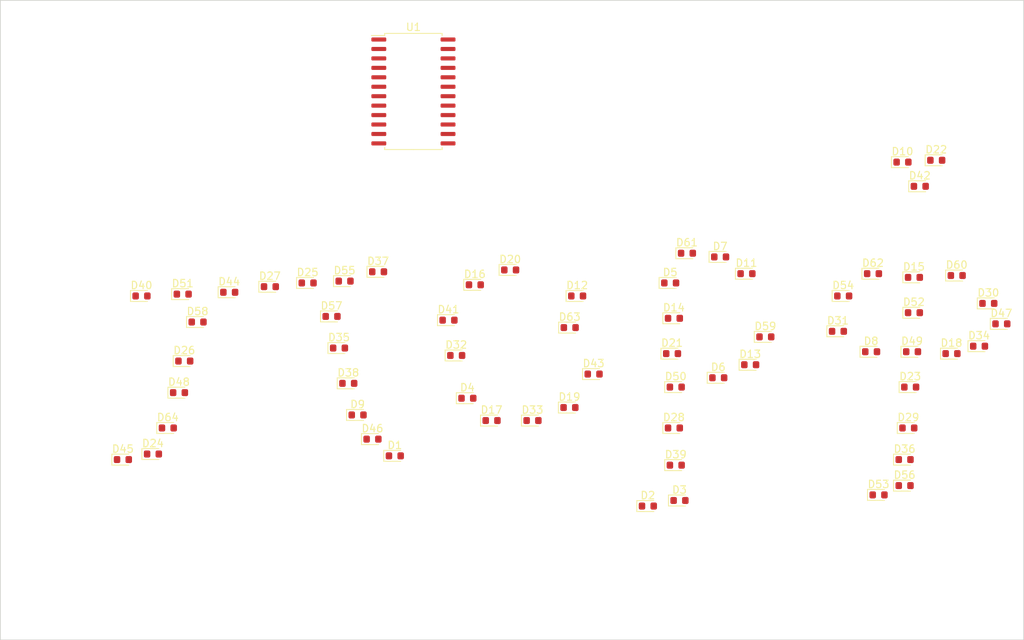
<source format=kicad_pcb>
(kicad_pcb (version 20211014) (generator pcbnew)
  (layers (0 "F.Cu" signal) (31 "B.Cu" signal) (34 "B.Paste" user) (35 "F.Paste" user) (36 "B.SilkS" user "B.Silkscreen") (37 "F.SilkS" user "F.Silkscreen") (38 "B.Mask" user) (39 "F.Mask" user) (44 "Edge.Cuts" user))
  (net 0 "")
  (net 1 "Net-(D1-Pad1)")
  (net 2 "Net-(D1-Pad2)")
  (net 3 "Net-(D10-Pad1)")
  (net 4 "Net-(D11-Pad1)")
  (net 5 "Net-(D12-Pad1)")
  (net 6 "Net-(D13-Pad1)")
  (net 7 "Net-(D14-Pad1)")
  (net 8 "Net-(D15-Pad1)")
  (net 9 "Net-(D16-Pad1)")
  (net 10 "Net-(D10-Pad2)")
  (net 11 "Net-(D17-Pad2)")
  (net 12 "Net-(D25-Pad2)")
  (net 13 "Net-(D33-Pad2)")
  (net 14 "Net-(D41-Pad2)")
  (net 15 "Net-(D49-Pad2)")
  (net 16 "Net-(D57-Pad2)")
  (net 18 "Net-(U1-Pad4)")
  (footprint "LED_SMD:LED_0603_1608Metric" (layer "F.Cu") (at 266 110)
    (fp_text reference "D47" (at 0 -1.43) (layer "F.SilkS"))
    (fp_text value "LED")
    (fp_line (start 0.8 -0.735) (end -1.485 -0.735) (layer "F.SilkS") (width 0.12))
    (fp_line (start -1.485 0.735) (end 0.8 0.735) (layer "F.SilkS") (width 0.12))
    (fp_line (start -1.485 -0.735) (end -1.485 0.735) (layer "F.SilkS") (width 0.12))
    (pad "1" smd roundrect (at -0.7875 0) (size 0.875 0.95) (layers "F.Cu" "F.Paste" "F.Mask") (net 8 "Net-(D15-Pad1)"))
    (pad "2" smd roundrect (at 0.7875 0) (size 0.875 0.95) (layers "F.Cu" "F.Paste" "F.Mask") (net 14 "Net-(D41-Pad2)"))
  )
  (footprint "LED_SMD:LED_0603_1608Metric" (layer "F.Cu") (at 178.25 118)
    (fp_text reference "D38" (at 0 -1.43) (layer "F.SilkS"))
    (fp_text value "LED")
    (fp_line (start 0.8 -0.735) (end -1.485 -0.735) (layer "F.SilkS") (width 0.12))
    (fp_line (start -1.485 -0.735) (end -1.485 0.735) (layer "F.SilkS") (width 0.12))
    (fp_line (start -1.485 0.735) (end 0.8 0.735) (layer "F.SilkS") (width 0.12))
    (pad "1" smd roundrect (at -0.7875 0) (size 0.875 0.95) (layers "F.Cu" "F.Paste" "F.Mask") (net 7 "Net-(D14-Pad1)"))
    (pad "2" smd roundrect (at 0.7875 0) (size 0.875 0.95) (layers "F.Cu" "F.Paste" "F.Mask") (net 13 "Net-(D33-Pad2)"))
  )
  (footprint "LED_SMD:LED_0603_1608Metric" (layer "F.Cu") (at 182.25 103)
    (fp_text reference "D37" (at 0 -1.43) (layer "F.SilkS"))
    (fp_text value "LED")
    (fp_line (start -1.485 0.735) (end 0.8 0.735) (layer "F.SilkS") (width 0.12))
    (fp_line (start 0.8 -0.735) (end -1.485 -0.735) (layer "F.SilkS") (width 0.12))
    (fp_line (start -1.485 -0.735) (end -1.485 0.735) (layer "F.SilkS") (width 0.12))
    (pad "1" smd roundrect (at -0.7875 0) (size 0.875 0.95) (layers "F.Cu" "F.Paste" "F.Mask") (net 6 "Net-(D13-Pad1)"))
    (pad "2" smd roundrect (at 0.7875 0) (size 0.875 0.95) (layers "F.Cu" "F.Paste" "F.Mask") (net 13 "Net-(D33-Pad2)"))
  )
  (footprint "LED_SMD:LED_0603_1608Metric" (layer "F.Cu") (at 223.75 100.5)
    (fp_text reference "D61" (at 0 -1.43) (layer "F.SilkS"))
    (fp_text value "LED")
    (fp_line (start -1.485 0.735) (end 0.8 0.735) (layer "F.SilkS") (width 0.12))
    (fp_line (start -1.485 -0.735) (end -1.485 0.735) (layer "F.SilkS") (width 0.12))
    (fp_line (start 0.8 -0.735) (end -1.485 -0.735) (layer "F.SilkS") (width 0.12))
    (pad "1" smd roundrect (at -0.7875 0) (size 0.875 0.95) (layers "F.Cu" "F.Paste" "F.Mask") (net 6 "Net-(D13-Pad1)"))
    (pad "2" smd roundrect (at 0.7875 0) (size 0.875 0.95) (layers "F.Cu" "F.Paste" "F.Mask") (net 16 "Net-(D57-Pad2)"))
  )
  (footprint "LED_SMD:LED_0603_1608Metric" (layer "F.Cu") (at 260 103.5)
    (fp_text reference "D60" (at 0 -1.43) (layer "F.SilkS"))
    (fp_text value "LED")
    (fp_line (start -1.485 0.735) (end 0.8 0.735) (layer "F.SilkS") (width 0.12))
    (fp_line (start 0.8 -0.735) (end -1.485 -0.735) (layer "F.SilkS") (width 0.12))
    (fp_line (start -1.485 -0.735) (end -1.485 0.735) (layer "F.SilkS") (width 0.12))
    (pad "1" smd roundrect (at -0.7875 0) (size 0.875 0.95) (layers "F.Cu" "F.Paste" "F.Mask") (net 5 "Net-(D12-Pad1)"))
    (pad "2" smd roundrect (at 0.7875 0) (size 0.875 0.95) (layers "F.Cu" "F.Paste" "F.Mask") (net 16 "Net-(D57-Pad2)"))
  )
  (footprint "LED_SMD:LED_0603_1608Metric" (layer "F.Cu") (at 253.5 124)
    (fp_text reference "D29" (at 0 -1.43) (layer "F.SilkS"))
    (fp_text value "LED")
    (fp_line (start -1.485 0.735) (end 0.8 0.735) (layer "F.SilkS") (width 0.12))
    (fp_line (start -1.485 -0.735) (end -1.485 0.735) (layer "F.SilkS") (width 0.12))
    (fp_line (start 0.8 -0.735) (end -1.485 -0.735) (layer "F.SilkS") (width 0.12))
    (pad "1" smd roundrect (at -0.7875 0) (size 0.875 0.95) (layers "F.Cu" "F.Paste" "F.Mask") (net 6 "Net-(D13-Pad1)"))
    (pad "2" smd roundrect (at 0.7875 0) (size 0.875 0.95) (layers "F.Cu" "F.Paste" "F.Mask") (net 12 "Net-(D25-Pad2)"))
  )
  (footprint "LED_SMD:LED_0603_1608Metric" (layer "F.Cu") (at 254 113.75)
    (fp_text reference "D49" (at 0 -1.43) (layer "F.SilkS"))
    (fp_text value "LED")
    (fp_line (start 0.8 -0.735) (end -1.485 -0.735) (layer "F.SilkS") (width 0.12))
    (fp_line (start -1.485 -0.735) (end -1.485 0.735) (layer "F.SilkS") (width 0.12))
    (fp_line (start -1.485 0.735) (end 0.8 0.735) (layer "F.SilkS") (width 0.12))
    (pad "1" smd roundrect (at -0.7875 0) (size 0.875 0.95) (layers "F.Cu" "F.Paste" "F.Mask") (net 1 "Net-(D1-Pad1)"))
    (pad "2" smd roundrect (at 0.7875 0) (size 0.875 0.95) (layers "F.Cu" "F.Paste" "F.Mask") (net 15 "Net-(D49-Pad2)"))
  )
  (footprint "LED_SMD:LED_0603_1608Metric" (layer "F.Cu") (at 208 110.5)
    (fp_text reference "D63" (at 0 -1.43) (layer "F.SilkS"))
    (fp_text value "LED")
    (fp_line (start -1.485 0.735) (end 0.8 0.735) (layer "F.SilkS") (width 0.12))
    (fp_line (start 0.8 -0.735) (end -1.485 -0.735) (layer "F.SilkS") (width 0.12))
    (fp_line (start -1.485 -0.735) (end -1.485 0.735) (layer "F.SilkS") (width 0.12))
    (pad "1" smd roundrect (at -0.7875 0) (size 0.875 0.95) (layers "F.Cu" "F.Paste" "F.Mask") (net 8 "Net-(D15-Pad1)"))
    (pad "2" smd roundrect (at 0.7875 0) (size 0.875 0.95) (layers "F.Cu" "F.Paste" "F.Mask") (net 16 "Net-(D57-Pad2)"))
  )
  (footprint "LED_SMD:LED_0603_1608Metric" (layer "F.Cu") (at 253 131.75)
    (fp_text reference "D56" (at 0 -1.43) (layer "F.SilkS"))
    (fp_text value "LED")
    (fp_line (start -1.485 0.735) (end 0.8 0.735) (layer "F.SilkS") (width 0.12))
    (fp_line (start 0.8 -0.735) (end -1.485 -0.735) (layer "F.SilkS") (width 0.12))
    (fp_line (start -1.485 -0.735) (end -1.485 0.735) (layer "F.SilkS") (width 0.12))
    (pad "1" smd roundrect (at -0.7875 0) (size 0.875 0.95) (layers "F.Cu" "F.Paste" "F.Mask") (net 9 "Net-(D16-Pad1)"))
    (pad "2" smd roundrect (at 0.7875 0) (size 0.875 0.95) (layers "F.Cu" "F.Paste" "F.Mask") (net 15 "Net-(D49-Pad2)"))
  )
  (footprint "LED_SMD:LED_0603_1608Metric" (layer "F.Cu") (at 253.75 118.5)
    (fp_text reference "D23" (at 0 -1.43) (layer "F.SilkS"))
    (fp_text value "LED")
    (fp_line (start -1.485 -0.735) (end -1.485 0.735) (layer "F.SilkS") (width 0.12))
    (fp_line (start -1.485 0.735) (end 0.8 0.735) (layer "F.SilkS") (width 0.12))
    (fp_line (start 0.8 -0.735) (end -1.485 -0.735) (layer "F.SilkS") (width 0.12))
    (pad "1" smd roundrect (at -0.7875 0) (size 0.875 0.95) (layers "F.Cu" "F.Paste" "F.Mask") (net 8 "Net-(D15-Pad1)"))
    (pad "2" smd roundrect (at 0.7875 0) (size 0.875 0.95) (layers "F.Cu" "F.Paste" "F.Mask") (net 11 "Net-(D17-Pad2)"))
  )
  (footprint "LED_SMD:LED_0603_1608Metric" (layer "F.Cu") (at 222 124)
    (fp_text reference "D28" (at 0 -1.43) (layer "F.SilkS"))
    (fp_text value "LED")
    (fp_line (start -1.485 -0.735) (end -1.485 0.735) (layer "F.SilkS") (width 0.12))
    (fp_line (start 0.8 -0.735) (end -1.485 -0.735) (layer "F.SilkS") (width 0.12))
    (fp_line (start -1.485 0.735) (end 0.8 0.735) (layer "F.SilkS") (width 0.12))
    (pad "1" smd roundrect (at -0.7875 0) (size 0.875 0.95) (layers "F.Cu" "F.Paste" "F.Mask") (net 5 "Net-(D12-Pad1)"))
    (pad "2" smd roundrect (at 0.7875 0) (size 0.875 0.95) (layers "F.Cu" "F.Paste" "F.Mask") (net 12 "Net-(D25-Pad2)"))
  )
  (footprint "LED_SMD:LED_0603_1608Metric" (layer "F.Cu") (at 221.75 114)
    (fp_text reference "D21" (at 0 -1.43) (layer "F.SilkS"))
    (fp_text value "LED")
    (fp_line (start -1.485 0.735) (end 0.8 0.735) (layer "F.SilkS") (width 0.12))
    (fp_line (start -1.485 -0.735) (end -1.485 0.735) (layer "F.SilkS") (width 0.12))
    (fp_line (start 0.8 -0.735) (end -1.485 -0.735) (layer "F.SilkS") (width 0.12))
    (pad "1" smd roundrect (at -0.7875 0) (size 0.875 0.95) (layers "F.Cu" "F.Paste" "F.Mask") (net 6 "Net-(D13-Pad1)"))
    (pad "2" smd roundrect (at 0.7875 0) (size 0.875 0.95) (layers "F.Cu" "F.Paste" "F.Mask") (net 11 "Net-(D17-Pad2)"))
  )
  (footprint "LED_SMD:LED_0603_1608Metric" (layer "F.Cu") (at 252.7125 88.25)
    (fp_text reference "D10" (at 0 -1.43) (layer "F.SilkS"))
    (fp_text value "LED")
    (fp_line (start -1.485 -0.735) (end -1.485 0.735) (layer "F.SilkS") (width 0.12))
    (fp_line (start 0.8 -0.735) (end -1.485 -0.735) (layer "F.SilkS") (width 0.12))
    (fp_line (start -1.485 0.735) (end 0.8 0.735) (layer "F.SilkS") (width 0.12))
    (pad "1" smd roundrect (at -0.7875 0) (size 0.875 0.95) (layers "F.Cu" "F.Paste" "F.Mask") (net 3 "Net-(D10-Pad1)"))
    (pad "2" smd roundrect (at 0.7875 0) (size 0.875 0.95) (layers "F.Cu" "F.Paste" "F.Mask") (net 10 "Net-(D10-Pad2)"))
  )
  (footprint "LED_SMD:LED_0603_1608Metric" (layer "F.Cu") (at 222.75 133.75)
    (fp_text reference "D3" (at 0 -1.43) (layer "F.SilkS"))
    (fp_text value "LED")
    (fp_line (start -1.485 -0.735) (end -1.485 0.735) (layer "F.SilkS") (width 0.12))
    (fp_line (start 0.8 -0.735) (end -1.485 -0.735) (layer "F.SilkS") (width 0.12))
    (fp_line (start -1.485 0.735) (end 0.8 0.735) (layer "F.SilkS") (width 0.12))
    (pad "1" smd roundrect (at -0.7875 0) (size 0.875 0.95) (layers "F.Cu" "F.Paste" "F.Mask") (net 4 "Net-(D11-Pad1)"))
    (pad "2" smd roundrect (at 0.7875 0) (size 0.875 0.95) (layers "F.Cu" "F.Paste" "F.Mask") (net 2 "Net-(D1-Pad2)"))
  )
  (footprint "LED_SMD:LED_0603_1608Metric" (layer "F.Cu") (at 244.75 106.25)
    (fp_text reference "D54" (at 0 -1.43) (layer "F.SilkS"))
    (fp_text value "LED")
    (fp_line (start -1.485 -0.735) (end -1.485 0.735) (layer "F.SilkS") (width 0.12))
    (fp_line (start -1.485 0.735) (end 0.8 0.735) (layer "F.SilkS") (width 0.12))
    (fp_line (start 0.8 -0.735) (end -1.485 -0.735) (layer "F.SilkS") (width 0.12))
    (pad "1" smd roundrect (at -0.7875 0) (size 0.875 0.95) (layers "F.Cu" "F.Paste" "F.Mask") (net 7 "Net-(D14-Pad1)"))
    (pad "2" smd roundrect (at 0.7875 0) (size 0.875 0.95) (layers "F.Cu" "F.Paste" "F.Mask") (net 15 "Net-(D49-Pad2)"))
  )
  (footprint "LED_SMD:LED_0603_1608Metric" (layer "F.Cu") (at 200 102.75)
    (fp_text reference "D20" (at 0 -1.43) (layer "F.SilkS"))
    (fp_text value "LED")
    (fp_line (start 0.8 -0.735) (end -1.485 -0.735) (layer "F.SilkS") (width 0.12))
    (fp_line (start -1.485 0.735) (end 0.8 0.735) (layer "F.SilkS") (width 0.12))
    (fp_line (start -1.485 -0.735) (end -1.485 0.735) (layer "F.SilkS") (width 0.12))
    (pad "1" smd roundrect (at -0.7875 0) (size 0.875 0.95) (layers "F.Cu" "F.Paste" "F.Mask") (net 5 "Net-(D12-Pad1)"))
    (pad "2" smd roundrect (at 0.7875 0) (size 0.875 0.95) (layers "F.Cu" "F.Paste" "F.Mask") (net 11 "Net-(D17-Pad2)"))
  )
  (footprint "LED_SMD:LED_0603_1608Metric" (layer "F.Cu") (at 176 109)
    (fp_text reference "D57" (at 0 -1.43) (layer "F.SilkS"))
    (fp_text value "LED")
    (fp_line (start -1.485 0.735) (end 0.8 0.735) (layer "F.SilkS") (width 0.12))
    (fp_line (start 0.8 -0.735) (end -1.485 -0.735) (layer "F.SilkS") (width 0.12))
    (fp_line (start -1.485 -0.735) (end -1.485 0.735) (layer "F.SilkS") (width 0.12))
    (pad "1" smd roundrect (at -0.7875 0) (size 0.875 0.95) (layers "F.Cu" "F.Paste" "F.Mask") (net 1 "Net-(D1-Pad1)"))
    (pad "2" smd roundrect (at 0.7875 0) (size 0.875 0.95) (layers "F.Cu" "F.Paste" "F.Mask") (net 16 "Net-(D57-Pad2)"))
  )
  (footprint "LED_SMD:LED_0603_1608Metric" (layer "F.Cu") (at 222 109.25)
    (fp_text reference "D14" (at 0 -1.43) (layer "F.SilkS"))
    (fp_text value "LED")
    (fp_line (start 0.8 -0.735) (end -1.485 -0.735) (layer "F.SilkS") (width 0.12))
    (fp_line (start -1.485 -0.735) (end -1.485 0.735) (layer "F.SilkS") (width 0.12))
    (fp_line (start -1.485 0.735) (end 0.8 0.735) (layer "F.SilkS") (width 0.12))
    (pad "1" smd roundrect (at -0.7875 0) (size 0.875 0.95) (layers "F.Cu" "F.Paste" "F.Mask") (net 7 "Net-(D14-Pad1)"))
    (pad "2" smd roundrect (at 0.7875 0) (size 0.875 0.95) (layers "F.Cu" "F.Paste" "F.Mask") (net 10 "Net-(D10-Pad2)"))
  )
  (footprint "LED_SMD:LED_0603_1608Metric" (layer "F.Cu") (at 195.25 104.75)
    (fp_text reference "D16" (at 0 -1.43) (layer "F.SilkS"))
    (fp_text value "LED")
    (fp_line (start -1.485 -0.735) (end -1.485 0.735) (layer "F.SilkS") (width 0.12))
    (fp_line (start -1.485 0.735) (end 0.8 0.735) (layer "F.SilkS") (width 0.12))
    (fp_line (start 0.8 -0.735) (end -1.485 -0.735) (layer "F.SilkS") (width 0.12))
    (pad "1" smd roundrect (at -0.7875 0) (size 0.875 0.95) (layers "F.Cu" "F.Paste" "F.Mask") (net 9 "Net-(D16-Pad1)"))
    (pad "2" smd roundrect (at 0.7875 0) (size 0.875 0.95) (layers "F.Cu" "F.Paste" "F.Mask") (net 10 "Net-(D10-Pad2)"))
  )
  (footprint "LED_SMD:LED_0603_1608Metric" (layer "F.Cu") (at 150.4625 106.25)
    (fp_text reference "D40" (at 0 -1.43) (layer "F.SilkS"))
    (fp_text value "LED")
    (fp_line (start 0.8 -0.735) (end -1.485 -0.735) (layer "F.SilkS") (width 0.12))
    (fp_line (start -1.485 0.735) (end 0.8 0.735) (layer "F.SilkS") (width 0.12))
    (fp_line (start -1.485 -0.735) (end -1.485 0.735) (layer "F.SilkS") (width 0.12))
    (pad "1" smd roundrect (at -0.7875 0) (size 0.875 0.95) (layers "F.Cu" "F.Paste" "F.Mask") (net 9 "Net-(D16-Pad1)"))
    (pad "2" smd roundrect (at 0.7875 0) (size 0.875 0.95) (layers "F.Cu" "F.Paste" "F.Mask") (net 13 "Net-(D33-Pad2)"))
  )
  (footprint "LED_SMD:LED_0603_1608Metric" (layer "F.Cu") (at 184.5 127.75)
    (fp_text reference "D1" (at 0 -1.43) (layer "F.SilkS"))
    (fp_text value "LED")
    (fp_line (start -1.485 0.735) (end 0.8 0.735) (layer "F.SilkS") (width 0.12))
    (fp_line (start 0.8 -0.735) (end -1.485 -0.735) (layer "F.SilkS") (width 0.12))
    (fp_line (start -1.485 -0.735) (end -1.485 0.735) (layer "F.SilkS") (width 0.12))
    (pad "1" smd roundrect (at -0.7875 0) (size 0.875 0.95) (layers "F.Cu" "F.Paste" "F.Mask") (net 1 "Net-(D1-Pad1)"))
    (pad "2" smd roundrect (at 0.7875 0) (size 0.875 0.95) (layers "F.Cu" "F.Paste" "F.Mask") (net 2 "Net-(D1-Pad2)"))
  )
  (footprint "LED_SMD:LED_0603_1608Metric" (layer "F.Cu") (at 254.25 103.75)
    (fp_text reference "D15" (at 0 -1.43) (layer "F.SilkS"))
    (fp_text value "LED")
    (fp_line (start -1.485 0.735) (end 0.8 0.735) (layer "F.SilkS") (width 0.12))
    (fp_line (start 0.8 -0.735) (end -1.485 -0.735) (layer "F.SilkS") (width 0.12))
    (fp_line (start -1.485 -0.735) (end -1.485 0.735) (layer "F.SilkS") (width 0.12))
    (pad "1" smd roundrect (at -0.7875 0) (size 0.875 0.95) (layers "F.Cu" "F.Paste" "F.Mask") (net 8 "Net-(D15-Pad1)"))
    (pad "2" smd roundrect (at 0.7875 0) (size 0.875 0.95) (layers "F.Cu" "F.Paste" "F.Mask") (net 10 "Net-(D10-Pad2)"))
  )
  (footprint "LED_SMD:LED_0603_1608Metric" (layer "F.Cu") (at 254.25 108.5)
    (fp_text reference "D52" (at 0 -1.43) (layer "F.SilkS"))
    (fp_text value "LED")
    (fp_line (start -1.485 0.735) (end 0.8 0.735) (layer "F.SilkS") (width 0.12))
    (fp_line (start -1.485 -0.735) (end -1.485 0.735) (layer "F.SilkS") (width 0.12))
    (fp_line (start 0.8 -0.735) (end -1.485 -0.735) (layer "F.SilkS") (width 0.12))
    (pad "1" smd roundrect (at -0.7875 0) (size 0.875 0.95) (layers "F.Cu" "F.Paste" "F.Mask") (net 5 "Net-(D12-Pad1)"))
    (pad "2" smd roundrect (at 0.7875 0) (size 0.875 0.95) (layers "F.Cu" "F.Paste" "F.Mask") (net 15 "Net-(D49-Pad2)"))
  )
  (footprint "LED_SMD:LED_0603_1608Metric" (layer "F.Cu") (at 156.2125 115)
    (fp_text reference "D26" (at 0 -1.43) (layer "F.SilkS"))
    (fp_text value "LED")
    (fp_line (start -1.485 -0.735) (end -1.485 0.735) (layer "F.SilkS") (width 0.12))
    (fp_line (start -1.485 0.735) (end 0.8 0.735) (layer "F.SilkS") (width 0.12))
    (fp_line (start 0.8 -0.735) (end -1.485 -0.735) (layer "F.SilkS") (width 0.12))
    (pad "1" smd roundrect (at -0.7875 0) (size 0.875 0.95) (layers "F.Cu" "F.Paste" "F.Mask") (net 3 "Net-(D10-Pad1)"))
    (pad "2" smd roundrect (at 0.7875 0) (size 0.875 0.95) (layers "F.Cu" "F.Paste" "F.Mask") (net 12 "Net-(D25-Pad2)"))
  )
  (footprint "LED_SMD:LED_0603_1608Metric" (layer "F.Cu") (at 179.5 122.25)
    (fp_text reference "D9" (at 0 -1.43) (layer "F.SilkS"))
    (fp_text value "LED")
    (fp_line (start -1.485 -0.735) (end -1.485 0.735) (layer "F.SilkS") (width 0.12))
    (fp_line (start -1.485 0.735) (end 0.8 0.735) (layer "F.SilkS") (width 0.12))
    (fp_line (start 0.8 -0.735) (end -1.485 -0.735) (layer "F.SilkS") (width 0.12))
    (pad "1" smd roundrect (at -0.7875 0) (size 0.875 0.95) (layers "F.Cu" "F.Paste" "F.Mask") (net 1 "Net-(D1-Pad1)"))
    (pad "2" smd roundrect (at 0.7875 0) (size 0.875 0.95) (layers "F.Cu" "F.Paste" "F.Mask") (net 10 "Net-(D10-Pad2)"))
  )
  (footprint "LED_SMD:LED_0603_1608Metric" (layer "F.Cu") (at 203 123)
    (fp_text reference "D33" (at 0 -1.43) (layer "F.SilkS"))
    (fp_text value "LED")
    (fp_line (start -1.485 0.735) (end 0.8 0.735) (layer "F.SilkS") (width 0.12))
    (fp_line (start 0.8 -0.735) (end -1.485 -0.735) (layer "F.SilkS") (width 0.12))
    (fp_line (start -1.485 -0.735) (end -1.485 0.735) (layer "F.SilkS") (width 0.12))
    (pad "1" smd roundrect (at -0.7875 0) (size 0.875 0.95) (layers "F.Cu" "F.Paste" "F.Mask") (net 1 "Net-(D1-Pad1)"))
    (pad "2" smd roundrect (at 0.7875 0) (size 0.875 0.95) (layers "F.Cu" "F.Paste" "F.Mask") (net 13 "Net-(D33-Pad2)"))
  )
  (footprint "LED_SMD:LED_0603_1608Metric" (layer "F.Cu") (at 197.5 123)
    (fp_text reference "D17" (at 0 -1.43) (layer "F.SilkS"))
    (fp_text value "LED")
    (fp_line (start -1.485 0.735) (end 0.8 0.735) (layer "F.SilkS") (width 0.12))
    (fp_line (start -1.485 -0.735) (end -1.485 0.735) (layer "F.SilkS") (width 0.12))
    (fp_line (start 0.8 -0.735) (end -1.485 -0.735) (layer "F.SilkS") (width 0.12))
    (pad "1" smd roundrect (at -0.7875 0) (size 0.875 0.95) (layers "F.Cu" "F.Paste" "F.Mask") (net 1 "Net-(D1-Pad1)"))
    (pad "2" smd roundrect (at 0.7875 0) (size 0.875 0.95) (layers "F.Cu" "F.Paste" "F.Mask") (net 11 "Net-(D17-Pad2)"))
  )
  (footprint "LED_SMD:LED_0603_1608Metric" (layer "F.Cu") (at 232.25 115.5)
    (fp_text reference "D13" (at 0 -1.43) (layer "F.SilkS"))
    (fp_text value "LED")
    (fp_line (start 0.8 -0.735) (end -1.485 -0.735) (layer "F.SilkS") (width 0.12))
    (fp_line (start -1.485 -0.735) (end -1.485 0.735) (layer "F.SilkS") (width 0.12))
    (fp_line (start -1.485 0.735) (end 0.8 0.735) (layer "F.SilkS") (width 0.12))
    (pad "1" smd roundrect (at -0.7875 0) (size 0.875 0.95) (layers "F.Cu" "F.Paste" "F.Mask") (net 6 "Net-(D13-Pad1)"))
    (pad "2" smd roundrect (at 0.7875 0) (size 0.875 0.95) (layers "F.Cu" "F.Paste" "F.Mask") (net 10 "Net-(D10-Pad2)"))
  )
  (footprint "LED_SMD:LED_0603_1608Metric" (layer "F.Cu") (at 248.75 103.25)
    (fp_text reference "D62" (at 0 -1.43) (layer "F.SilkS"))
    (fp_text value "LED")
    (fp_line (start -1.485 0.735) (end 0.8 0.735) (layer "F.SilkS") (width 0.12))
    (fp_line (start 0.8 -0.735) (end -1.485 -0.735) (layer "F.SilkS") (width 0.12))
    (fp_line (start -1.485 -0.735) (end -1.485 0.735) (layer "F.SilkS") (width 0.12))
    (pad "1" smd roundrect (at -0.7875 0) (size 0.875 0.95) (layers "F.Cu" "F.Paste" "F.Mask") (net 7 "Net-(D14-Pad1)"))
    (pad "2" smd roundrect (at 0.7875 0) (size 0.875 0.95) (layers "F.Cu" "F.Paste" "F.Mask") (net 16 "Net-(D57-Pad2)"))
  )
  (footprint "LED_SMD:LED_0603_1608Metric" (layer "F.Cu") (at 207.9625 121.25)
    (fp_text reference "D19" (at 0 -1.43) (layer "F.SilkS"))
    (fp_text value "LED")
    (fp_line (start 0.8 -0.735) (end -1.485 -0.735) (layer "F.SilkS") (width 0.12))
    (fp_line (start -1.485 0.735) (end 0.8 0.735) (layer "F.SilkS") (width 0.12))
    (fp_line (start -1.485 -0.735) (end -1.485 0.735) (layer "F.SilkS") (width 0.12))
    (pad "1" smd roundrect (at -0.7875 0) (size 0.875 0.95) (layers "F.Cu" "F.Paste" "F.Mask") (net 4 "Net-(D11-Pad1)"))
    (pad "2" smd roundrect (at 0.7875 0) (size 0.875 0.95) (layers "F.Cu" "F.Paste" "F.Mask") (net 11 "Net-(D17-Pad2)"))
  )
  (footprint "LED_SMD:LED_0603_1608Metric" (layer "F.Cu") (at 234.2875 111.75)
    (fp_text reference "D59" (at 0 -1.43) (layer "F.SilkS"))
    (fp_text value "LED")
    (fp_line (start 0.8 -0.735) (end -1.485 -0.735) (layer "F.SilkS") (width 0.12))
    (fp_line (start -1.485 -0.735) (end -1.485 0.735) (layer "F.SilkS") (width 0.12))
    (fp_line (start -1.485 0.735) (end 0.8 0.735) (layer "F.SilkS") (width 0.12))
    (pad "1" smd roundrect (at -0.7875 0) (size 0.875 0.95) (layers "F.Cu" "F.Paste" "F.Mask") (net 4 "Net-(D11-Pad1)"))
    (pad "2" smd roundrect (at 0.7875 0) (size 0.875 0.95) (layers "F.Cu" "F.Paste" "F.Mask") (net 16 "Net-(D57-Pad2)"))
  )
  (footprint "LED_SMD:LED_0603_1608Metric" (layer "F.Cu") (at 221.5 104.5)
    (fp_text reference "D5" (at 0 -1.43) (layer "F.SilkS"))
    (fp_text value "LED")
    (fp_line (start -1.485 -0.735) (end -1.485 0.735) (layer "F.SilkS") (width 0.12))
    (fp_line (start -1.485 0.735) (end 0.8 0.735) (layer "F.SilkS") (width 0.12))
    (fp_line (start 0.8 -0.735) (end -1.485 -0.735) (layer "F.SilkS") (width 0.12))
    (pad "1" smd roundrect (at -0.7875 0) (size 0.875 0.95) (layers "F.Cu" "F.Paste" "F.Mask") (net 6 "Net-(D13-Pad1)"))
    (pad "2" smd roundrect (at 0.7875 0) (size 0.875 0.95) (layers "F.Cu" "F.Paste" "F.Mask") (net 2 "Net-(D1-Pad2)"))
  )
  (footprint "LED_SMD:LED_0603_1608Metric" (layer "F.Cu") (at 155.5 119.25)
    (fp_text reference "D48" (at 0 -1.43) (layer "F.SilkS"))
    (fp_text value "LED")
    (fp_line (start -1.485 0.735) (end 0.8 0.735) (layer "F.SilkS") (width 0.12))
    (fp_line (start 0.8 -0.735) (end -1.485 -0.735) (layer "F.SilkS") (width 0.12))
    (fp_line (start -1.485 -0.735) (end -1.485 0.735) (layer "F.SilkS") (width 0.12))
    (pad "1" smd roundrect (at -0.7875 0) (size 0.875 0.95) (layers "F.Cu" "F.Paste" "F.Mask") (net 9 "Net-(D16-Pad1)"))
    (pad "2" smd roundrect (at 0.7875 0) (size 0.875 0.95) (layers "F.Cu" "F.Paste" "F.Mask") (net 14 "Net-(D41-Pad2)"))
  )
  (footprint "LED_SMD:LED_0603_1608Metric" (layer "F.Cu") (at 209 106.25)
    (fp_text reference "D12" (at 0 -1.43) (layer "F.SilkS"))
    (fp_text value "LED")
    (fp_line (start -1.485 -0.735) (end -1.485 0.735) (layer "F.SilkS") (width 0.12))
    (fp_line (start 0.8 -0.735) (end -1.485 -0.735) (layer "F.SilkS") (width 0.12))
    (fp_line (start -1.485 0.735) (end 0.8 0.735) (layer "F.SilkS") (width 0.12))
    (pad "1" smd roundrect (at -0.7875 0) (size 0.875 0.95) (layers "F.Cu" "F.Paste" "F.Mask") (net 5 "Net-(D12-Pad1)"))
    (pad "2" smd roundrect (at 0.7875 0) (size 0.875 0.95) (layers "F.Cu" "F.Paste" "F.Mask") (net 10 "Net-(D10-Pad2)"))
  )
  (footprint "LED_SMD:LED_0603_1608Metric" (layer "F.Cu") (at 248.5 113.75)
    (fp_text reference "D8" (at 0 -1.43) (layer "F.SilkS"))
    (fp_text value "LED")
    (fp_line (start 0.8 -0.735) (end -1.485 -0.735) (layer "F.SilkS") (width 0.12))
    (fp_line (start -1.485 -0.735) (end -1.485 0.735) (layer "F.SilkS") (width 0.12))
    (fp_line (start -1.485 0.735) (end 0.8 0.735) (layer "F.SilkS") (width 0.12))
    (pad "1" smd roundrect (at -0.7875 0) (size 0.875 0.95) (layers "F.Cu" "F.Paste" "F.Mask") (net 9 "Net-(D16-Pad1)"))
    (pad "2" smd roundrect (at 0.7875 0) (size 0.875 0.95) (layers "F.Cu" "F.Paste" "F.Mask") (net 2 "Net-(D1-Pad2)"))
  )
  (footprint "LED_SMD:LED_0603_1608Metric" (layer "F.Cu") (at 152 127.5)
    (fp_text reference "D24" (at 0 -1.43) (layer "F.SilkS"))
    (fp_text value "LED")
    (fp_line (start -1.485 0.735) (end 0.8 0.735) (layer "F.SilkS") (width 0.12))
    (fp_line (start 0.8 -0.735) (end -1.485 -0.735) (layer "F.SilkS") (width 0.12))
    (fp_line (start -1.485 -0.735) (end -1.485 0.735) (layer "F.SilkS") (width 0.12))
    (pad "1" smd roundrect (at -0.7875 0) (size 0.875 0.95) (layers "F.Cu" "F.Paste" "F.Mask") (net 9 "Net-(D16-Pad1)"))
    (pad "2" smd roundrect (at 0.7875 0) (size 0.875 0.95) (layers "F.Cu" "F.Paste" "F.Mask") (net 11 "Net-(D17-Pad2)"))
  )
  (footprint "LED_SMD:LED_0603_1608Metric" (layer "F.Cu") (at 177.75 104.25)
    (fp_text reference "D55" (at 0 -1.43) (layer "F.SilkS"))
    (fp_text value "LED")
    (fp_line (start -1.485 0.735) (end 0.8 0.735) (layer "F.SilkS") (width 0.12))
    (fp_line (start 0.8 -0.735) (end -1.485 -0.735) (layer "F.SilkS") (width 0.12))
    (fp_line (start -1.485 -0.735) (end -1.485 0.735) (layer "F.SilkS") (width 0.12))
    (pad "1" smd roundrect (at -0.7875 0) (size 0.875 0.95) (layers "F.Cu" "F.Paste" "F.Mask") (net 8 "Net-(D15-Pad1)"))
    (pad "2" smd roundrect (at 0.7875 0) (size 0.875 0.95) (layers "F.Cu" "F.Paste" "F.Mask") (net 15 "Net-(D49-Pad2)"))
  )
  (footprint "LED_SMD:LED_0603_1608Metric" (layer "F.Cu") (at 158 109.75)
    (fp_text reference "D58" (at 0 -1.43) (layer "F.SilkS"))
    (fp_text value "LED")
    (fp_line (start -1.485 -0.735) (end -1.485 0.735) (layer "F.SilkS") (width 0.12))
    (fp_line (start -1.485 0.735) (end 0.8 0.735) (layer "F.SilkS") (width 0.12))
    (fp_line (start 0.8 -0.735) (end -1.485 -0.735) (layer "F.SilkS") (width 0.12))
    (pad "1" smd roundrect (at -0.7875 0) (size 0.875 0.95) (layers "F.Cu" "F.Paste" "F.Mask") (net 3 "Net-(D10-Pad1)"))
    (pad "2" smd roundrect (at 0.7875 0) (size 0.875 0.95) (layers "F.Cu" "F.Paste" "F.Mask") (net 16 "Net-(D57-Pad2)"))
  )
  (footprint "LED_SMD:LED_0603_1608Metric" (layer "F.Cu") (at 172.7875 104.5)
    (fp_text reference "D25" (at 0 -1.43) (layer "F.SilkS"))
    (fp_text value "LED")
    (fp_line (start 0.8 -0.735) (end -1.485 -0.735) (layer "F.SilkS") (width 0.12))
    (fp_line (start -1.485 0.735) (end 0.8 0.735) (layer "F.SilkS") (width 0.12))
    (fp_line (start -1.485 -0.735) (end -1.485 0.735) (layer "F.SilkS") (width 0.12))
    (pad "1" smd roundrect (at -0.7875 0) (size 0.875 0.95) (layers "F.Cu" "F.Paste" "F.Mask") (net 1 "Net-(D1-Pad1)"))
    (pad "2" smd roundrect (at 0.7875 0) (size 0.875 0.95) (layers "F.Cu" "F.Paste" "F.Mask") (net 12 "Net-(D25-Pad2)"))
  )
  (footprint "LED_SMD:LED_0603_1608Metric" (layer "F.Cu") (at 147.9625 128.25)
    (fp_text reference "D45" (at 0 -1.43) (layer "F.SilkS"))
    (fp_text value "LED")
    (fp_line (start -1.485 -0.735) (end -1.485 0.735) (layer "F.SilkS") (width 0.12))
    (fp_line (start 0.8 -0.735) (end -1.485 -0.735) (layer "F.SilkS") (width 0.12))
    (fp_line (start -1.485 0.735) (end 0.8 0.735) (layer "F.SilkS") (width 0.12))
    (pad "1" smd roundrect (at -0.7875 0) (size 0.875 0.95) (layers "F.Cu" "F.Paste" "F.Mask") (net 6 "Net-(D13-Pad1)"))
    (pad "2" smd roundrect (at 0.7875 0) (size 0.875 0.95) (layers "F.Cu" "F.Paste" "F.Mask") (net 14 "Net-(D41-Pad2)"))
  )
  (footprint "LED_SMD:LED_0603_1608Metric" (layer "F.Cu") (at 263 113)
    (fp_text reference "D34" (at 0 -1.43) (layer "F.SilkS"))
    (fp_text value "LED")
    (fp_line (start -1.485 -0.735) (end -1.485 0.735) (layer "F.SilkS") (width 0.12))
    (fp_line (start -1.485 0.735) (end 0.8 0.735) (layer "F.SilkS") (width 0.12))
    (fp_line (start 0.8 -0.735) (end -1.485 -0.735) (layer "F.SilkS") (width 0.12))
    (pad "1" smd roundrect (at -0.7875 0) (size 0.875 0.95) (layers "F.Cu" "F.Paste" "F.Mask") (net 3 "Net-(D10-Pad1)"))
    (pad "2" smd roundrect (at 0.7875 0) (size 0.875 0.95) (layers "F.Cu" "F.Paste" "F.Mask") (net 13 "Net-(D33-Pad2)"))
  )
  (footprint "LED_SMD:LED_0603_1608Metric" (layer "F.Cu") (at 167.7125 105)
    (fp_text reference "D27" (at 0 -1.43) (layer "F.SilkS"))
    (fp_text value "LED")
    (fp_line (start -1.485 0.735) (end 0.8 0.735) (layer "F.SilkS") (width 0.12))
    (fp_line (start -1.485 -0.735) (end -1.485 0.735) (layer "F.SilkS") (width 0.12))
    (fp_line (start 0.8 -0.735) (end -1.485 -0.735) (layer "F.SilkS") (width 0.12))
    (pad "1" smd roundrect (at -0.7875 0) (size 0.875 0.95) (layers "F.Cu" "F.Paste" "F.Mask") (net 4 "Net-(D11-Pad1)"))
    (pad "2" smd roundrect (at 0.7875 0) (size 0.875 0.95) (layers "F.Cu" "F.Paste" "F.Mask") (net 12 "Net-(D25-Pad2)"))
  )
  (footprint "LED_SMD:LED_0603_1608Metric" (layer "F.Cu") (at 154 124)
    (fp_text reference "D64" (at 0 -1.43) (layer "F.SilkS"))
    (fp_text value "LED")
    (fp_line (start -1.485 0.735) (end 0.8 0.735) (layer "F.SilkS") (width 0.12))
    (fp_line (start -1.485 -0.735) (end -1.485 0.735) (layer "F.SilkS") (width 0.12))
    (fp_line (start 0.8 -0.735) (end -1.485 -0.735) (layer "F.SilkS") (width 0.12))
    (pad "1" smd roundrect (at -0.7875 0) (size 0.875 0.95) (layers "F.Cu" "F.Paste" "F.Mask") (net 9 "Net-(D16-Pad1)"))
    (pad "2" smd roundrect (at 0.7875 0) (size 0.875 0.95) (layers "F.Cu" "F.Paste" "F.Mask") (net 16 "Net-(D57-Pad2)"))
  )
  (footprint "LED_SMD:LED_0603_1608Metric" (layer "F.Cu") (at 177 113.25)
    (fp_text reference "D35" (at 0 -1.43) (layer "F.SilkS"))
    (fp_text value "LED")
    (fp_line (start -1.485 -0.735) (end -1.485 0.735) (layer "F.SilkS") (width 0.12))
    (fp_line (start 0.8 -0.735) (end -1.485 -0.735) (layer "F.SilkS") (width 0.12))
    (fp_line (start -1.485 0.735) (end 0.8 0.735) (layer "F.SilkS") (width 0.12))
    (pad "1" smd roundrect (at -0.7875 0) (size 0.875 0.95) (layers "F.Cu" "F.Paste" "F.Mask") (net 4 "Net-(D11-Pad1)"))
    (pad "2" smd roundrect (at 0.7875 0) (size 0.875 0.95) (layers "F.Cu" "F.Paste" "F.Mask") (net 13 "Net-(D33-Pad2)"))
  )
  (footprint "LED_SMD:LED_0603_1608Metric" (layer "F.Cu") (at 257.25 88)
    (fp_text reference "D22" (at 0 -1.43) (layer "F.SilkS"))
    (fp_text value "LED")
    (fp_line (start -1.485 -0.735) (end -1.485 0.735) (layer "F.SilkS") (width 0.12))
    (fp_line (start -1.485 0.735) (end 0.8 0.735) (layer "F.SilkS") (width 0.12))
    (fp_line (start 0.8 -0.735) (end -1.485 -0.735) (layer "F.SilkS") (width 0.12))
    (pad "1" smd roundrect (at -0.7875 0) (size 0.875 0.95) (layers "F.Cu" "F.Paste" "F.Mask") (net 7 "Net-(D14-Pad1)"))
    (pad "2" smd roundrect (at 0.7875 0) (size 0.875 0.95) (layers "F.Cu" "F.Paste" "F.Mask") (net 11 "Net-(D17-Pad2)"))
  )
  (footprint "LED_SMD:LED_0603_1608Metric" (layer "F.Cu") (at 244.0375 111)
    (fp_text reference "D31" (at 0 -1.43) (layer "F.SilkS"))
    (fp_text value "LED")
    (fp_line (start -1.485 0.735) (end 0.8 0.735) (layer "F.SilkS") (width 0.12))
    (fp_line (start 0.8 -0.735) (end -1.485 -0.735) (layer "F.SilkS") (width 0.12))
    (fp_line (start -1.485 -0.735) (end -1.485 0.735) (layer "F.SilkS") (width 0.12))
    (pad "1" smd roundrect (at -0.7875 0) (size 0.875 0.95) (layers "F.Cu" "F.Paste" "F.Mask") (net 8 "Net-(D15-Pad1)"))
    (pad "2" smd roundrect (at 0.7875 0) (size 0.875 0.95) (layers "F.Cu" "F.Paste" "F.Mask") (net 12 "Net-(D25-Pad2)"))
  )
  (footprint "LED_SMD:LED_0603_1608Metric" (layer "F.Cu") (at 222.25 118.5)
    (fp_text reference "D50" (at 0 -1.43) (layer "F.SilkS"))
    (fp_text value "LED")
    (fp_line (start -1.485 -0.735) (end -1.485 0.735) (layer "F.SilkS") (width 0.12))
    (fp_line (start 0.8 -0.735) (end -1.485 -0.735) (layer "F.SilkS") (width 0.12))
    (fp_line (start -1.485 0.735) (end 0.8 0.735) (layer "F.SilkS") (width 0.12))
    (pad "1" smd roundrect (at -0.7875 0) (size 0.875 0.95) (layers "F.Cu" "F.Paste" "F.Mask") (net 3 "Net-(D10-Pad1)"))
    (pad "2" smd roundrect (at 0.7875 0) (size 0.875 0.95) (layers "F.Cu" "F.Paste" "F.Mask") (net 15 "Net-(D49-Pad2)"))
  )
  (footprint "LED_SMD:LED_0603_1608Metric" (layer "F.Cu") (at 156 106)
    (fp_text reference "D51" (at 0 -1.43) (layer "F.SilkS"))
    (fp_text value "LED")
    (fp_line (start -1.485 -0.735) (end -1.485 0.735) (layer "F.SilkS") (width 0.12))
    (fp_line (start 0.8 -0.735) (end -1.485 -0.735) (layer "F.SilkS") (width 0.12))
    (fp_line (start -1.485 0.735) (end 0.8 0.735) (layer "F.SilkS") (width 0.12))
    (pad "1" smd roundrect (at -0.7875 0) (size 0.875 0.95) (layers "F.Cu" "F.Paste" "F.Mask") (net 4 "Net-(D11-Pad1)"))
    (pad "2" smd roundrect (at 0.7875 0) (size 0.875 0.95) (layers "F.Cu" "F.Paste" "F.Mask") (net 15 "Net-(D49-Pad2)"))
  )
  (footprint "LED_SMD:LED_0603_1608Metric" (layer "F.Cu") (at 259.3 114)
    (fp_text reference "D18" (at 0 -1.43) (layer "F.SilkS"))
    (fp_text value "LED")
    (fp_line (start 0.8 -0.735) (end -1.485 -0.735) (layer "F.SilkS") (width 0.12))
    (fp_line (start -1.485 -0.735) (end -1.485 0.735) (layer "F.SilkS") (width 0.12))
    (fp_line (start -1.485 0.735) (end 0.8 0.735) (layer "F.SilkS") (width 0.12))
    (pad "1" smd roundrect (at -0.7875 0) (size 0.875 0.95) (layers "F.Cu" "F.Paste" "F.Mask") (net 3 "Net-(D10-Pad1)"))
    (pad "2" smd roundrect (at 0.7875 0) (size 0.875 0.95) (layers "F.Cu" "F.Paste" "F.Mask") (net 11 "Net-(D17-Pad2)"))
  )
  (footprint "Package_SO:SOP-24_7.5x15.4mm_P1.27mm" (layer "F.Cu") (at 187 78.75)
    (fp_text reference "U1" (at 0 -8.65) (layer "F.SilkS"))
    (fp_text value "MAX7219")
    (fp_line (start 0 7.81) (end -3.86 7.81) (layer "F.SilkS") (width 0.12))
    (fp_line (start 0 -7.81) (end -3.86 -7.81) (layer "F.SilkS") (width 0.12))
    (fp_line (start -3.86 -7.81) (end -3.86 -7.52) (layer "F.SilkS") (width 0.12))
    (fp_line (start 0 7.81) (end 3.86 7.81) (layer "F.SilkS") (width 0.12))
    (fp_line (start -3.86 -7.52) (end -5.65 -7.52) (layer "F.SilkS") (width 0.12))
    (fp_line (start 3.86 -7.81) (end 3.86 -7.52) (layer "F.SilkS") (width 0.12))
    (fp_line (start -3.86 7.81) (end -3.86 7.52) (layer "F.SilkS") (width 0.12))
    (fp_line (start 0 -7.81) (end 3.86 -7.81) (layer "F.SilkS") (width 0.12))
    (fp_line (start 3.86 7.81) (end 3.86 7.52) (layer "F.SilkS") (width 0.12))
    (pad "1" smd roundrect (at -4.65 -6.985) (size 2 0.55) (layers "F.Cu" "F.Paste" "F.Mask"))
    (pad "2" smd roundrect (at -4.65 -5.715) (size 2 0.55) (layers "F.Cu" "F.Paste" "F.Mask") (net 1 "Net-(D1-Pad1)"))
    (pad "3" smd roundrect (at -4.65 -4.445) (size 2 0.55) (layers "F.Cu" "F.Paste" "F.Mask") (net 6 "Net-(D13-Pad1)"))
    (pad "4" smd roundrect (at -4.65 -3.175) (size 2 0.55) (layers "F.Cu" "F.Paste" "F.Mask") (net 18 "Net-(U1-Pad4)"))
    (pad "5" smd roundrect (at -4.65 -1.905) (size 2 0.55) (layers "F.Cu" "F.Paste" "F.Mask") (net 8 "Net-(D15-Pad1)"))
    (pad "6" smd roundrect (at -4.65 -0.635) (size 2 0.55) (layers "F.Cu" "F.Paste" "F.Mask") (net 4 "Net-(D11-Pad1)"))
    (pad "7" smd roundrect (at -4.65 0.635) (size 2 0.55) (layers "F.Cu" "F.Paste" "F.Mask") (net 5 "Net-(D12-Pad1)"))
    (pad "8" smd roundrect (at -4.65 1.905) (size 2 0.55) (layers "F.Cu" "F.Paste" "F.Mask") (net 9 "Net-(D16-Pad1)"))
    (pad "9" smd roundrect (at -4.65 3.175) (size 2 0.55) (layers "F.Cu" "F.Paste" "F.Mask") (net 18 "Net-(U1-Pad4)"))
    (pad "10" smd roundrect (at -4.65 4.445) (size 2 0.55) (layers "F.Cu" "F.Paste" "F.Mask") (net 7 "Net-(D14-Pad1)"))
    (pad "11" smd roundrect (at -4.65 5.715) (size 2 0.55) (layers "F.Cu" "F.Paste" "F.Mask") (net 3 "Net-(D10-Pad1)"))
    (pad "12" smd roundrect (at -4.65 6.985) (size 2 0.55) (layers "F.Cu" "F.Paste" "F.Mask"))
    (pad "13" smd roundrect (at 4.65 6.985) (size 2 0.55) (layers "F.Cu" "F.Paste" "F.Mask"))
    (pad "14" smd roundrect (at 4.65 5.715) (size 2 0.55) (layers "F.Cu" "F.Paste" "F.Mask") (net 2 "Net-(D1-Pad2)"))
    (pad "15" smd roundrect (at 4.65 4.445) (size 2 0.55) (layers "F.Cu" "F.Paste" "F.Mask") (net 14 "Net-(D41-Pad2)"))
    (pad "16" smd roundrect (at 4.65 3.175) (size 2 0.55) (layers "F.Cu" "F.Paste" "F.Mask") (net 10 "Net-(D10-Pad2)"))
    (pad "17" smd roundrect (at 4.65 1.905) (size 2 0.55) (layers "F.Cu" "F.Paste" "F.Mask") (net 15 "Net-(D49-Pad2)"))
    (pad "18" smd roundrect (at 4.65 0.635) (size 2 0.55) (layers "F.Cu" "F.Paste" "F.Mask"))
    (pad "19" smd roundrect (at 4.65 -0.635) (size 2 0.55) (layers "F.Cu" "F.Paste" "F.Mask"))
    (pad "20" smd roundrect (at 4.65 -1.905) (size 2 0.55) (layers "F.Cu" "F.Paste" "F.Mask") (net 11 "Net-(D17-Pad2)"))
    (pad "21" smd roundrect (at 4.65 -3.175) (size 2 0.55) (layers "F.Cu" "F.Paste" "F.Mask") (net 13 "Net-(D33-Pad2)"))
    (pad "22" smd roundrect (at 4.65 -4.445) (size 2 0.55) (layers "F.Cu" "F.Paste" "F.Mask") (net 16 "Net-(D57-Pad2)"))
    (pad "23" smd roundrect (at 4.65 -5.715) (size 2 0.55) (layers "F.Cu" "F.Paste" "F.Mask") (net 12 "Net-(D25-Pad2)"))
    (pad "24" smd roundrect (at 4.65 -6.985) (size 2 0.55) (layers "F.Cu" "F.Paste" "F.Mask"))
  )
  (footprint "LED_SMD:LED_0603_1608Metric" (layer "F.Cu") (at 191.7125 109.5)
    (fp_text reference "D41" (at 0 -1.43) (layer "F.SilkS"))
    (fp_text value "LED")
    (fp_line (start -1.485 -0.735) (end -1.485 0.735) (layer "F.SilkS") (width 0.12))
    (fp_line (start -1.485 0.735) (end 0.8 0.735) (layer "F.SilkS") (width 0.12))
    (fp_line (start 0.8 -0.735) (end -1.485 -0.735) (layer "F.SilkS") (width 0.12))
    (pad "1" smd roundrect (at -0.7875 0) (size 0.875 0.95) (layers "F.Cu" "F.Paste" "F.Mask") (net 1 "Net-(D1-Pad1)"))
    (pad "2" smd roundrect (at 0.7875 0) (size 0.875 0.95) (layers "F.Cu" "F.Paste" "F.Mask") (net 14 "Net-(D41-Pad2)"))
  )
  (footprint "LED_SMD:LED_0603_1608Metric" (layer "F.Cu") (at 249.5 133)
    (fp_text reference "D53" (at 0 -1.43) (layer "F.SilkS"))
    (fp_text value "LED")
    (fp_line (start 0.8 -0.735) (end -1.485 -0.735) (layer "F.SilkS") (width 0.12))
    (fp_line (start -1.485 0.735) (end 0.8 0.735) (layer "F.SilkS") (width 0.12))
    (fp_line (start -1.485 -0.735) (end -1.485 0.735) (layer "F.SilkS") (width 0.12))
    (pad "1" smd roundrect (at -0.7875 0) (size 0.875 0.95) (layers "F.Cu" "F.Paste" "F.Mask") (net 6 "Net-(D13-Pad1)"))
    (pad "2" smd roundrect (at 0.7875 0) (size 0.875 0.95) (layers "F.Cu" "F.Paste" "F.Mask") (net 15 "Net-(D49-Pad2)"))
  )
  (footprint "LED_SMD:LED_0603_1608Metric" (layer "F.Cu") (at 227.9625 117.25)
    (fp_text reference "D6" (at 0 -1.43) (layer "F.SilkS"))
    (fp_text value "LED")
    (fp_line (start -1.485 -0.735) (end -1.485 0.735) (layer "F.SilkS") (width 0.12))
    (fp_line (start 0.8 -0.735) (end -1.485 -0.735) (layer "F.SilkS") (width 0.12))
    (fp_line (start -1.485 0.735) (end 0.8 0.735) (layer "F.SilkS") (width 0.12))
    (pad "1" smd roundrect (at -0.7875 0) (size 0.875 0.95) (layers "F.Cu" "F.Paste" "F.Mask") (net 7 "Net-(D14-Pad1)"))
    (pad "2" smd roundrect (at 0.7875 0) (size 0.875 0.95) (layers "F.Cu" "F.Paste" "F.Mask") (net 2 "Net-(D1-Pad2)"))
  )
  (footprint "LED_SMD:LED_0603_1608Metric" (layer "F.Cu") (at 211.2125 116.75)
    (fp_text reference "D43" (at 0 -1.43) (layer "F.SilkS"))
    (fp_text value "LED")
    (fp_line (start 0.8 -0.735) (end -1.485 -0.735) (layer "F.SilkS") (width 0.12))
    (fp_line (start -1.485 0.735) (end 0.8 0.735) (layer "F.SilkS") (width 0.12))
    (fp_line (start -1.485 -0.735) (end -1.485 0.735) (layer "F.SilkS") (width 0.12))
    (pad "1" smd roundrect (at -0.7875 0) (size 0.875 0.95) (layers "F.Cu" "F.Paste" "F.Mask") (net 4 "Net-(D11-Pad1)"))
    (pad "2" smd roundrect (at 0.7875 0) (size 0.875 0.95) (layers "F.Cu" "F.Paste" "F.Mask") (net 14 "Net-(D41-Pad2)"))
  )
  (footprint "LED_SMD:LED_0603_1608Metric" (layer "F.Cu") (at 253 128.25)
    (fp_text reference "D36" (at 0 -1.43) (layer "F.SilkS"))
    (fp_text value "LED")
    (fp_line (start -1.485 0.735) (end 0.8 0.735) (layer "F.SilkS") (width 0.12))
    (fp_line (start -1.485 -0.735) (end -1.485 0.735) (layer "F.SilkS") (width 0.12))
    (fp_line (start 0.8 -0.735) (end -1.485 -0.735) (layer "F.SilkS") (width 0.12))
    (pad "1" smd roundrect (at -0.7875 0) (size 0.875 0.95) (layers "F.Cu" "F.Paste" "F.Mask") (net 5 "Net-(D12-Pad1)"))
    (pad "2" smd roundrect (at 0.7875 0) (size 0.875 0.95) (layers "F.Cu" "F.Paste" "F.Mask") (net 13 "Net-(D33-Pad2)"))
  )
  (footprint "LED_SMD:LED_0603_1608Metric" (layer "F.Cu") (at 228.2125 101)
    (fp_text reference "D7" (at 0 -1.43) (layer "F.SilkS"))
    (fp_text value "LED")
    (fp_line (start -1.485 -0.735) (end -1.485 0.735) (layer "F.SilkS") (width 0.12))
    (fp_line (start -1.485 0.735) (end 0.8 0.735) (layer "F.SilkS") (width 0.12))
    (fp_line (start 0.8 -0.735) (end -1.485 -0.735) (layer "F.SilkS") (width 0.12))
    (pad "1" smd roundrect (at -0.7875 0) (size 0.875 0.95) (layers "F.Cu" "F.Paste" "F.Mask") (net 8 "Net-(D15-Pad1)"))
    (pad "2" smd roundrect (at 0.7875 0) (size 0.875 0.95) (layers "F.Cu" "F.Paste" "F.Mask") (net 2 "Net-(D1-Pad2)"))
  )
  (footprint "LED_SMD:LED_0603_1608Metric" (layer "F.Cu") (at 231.75 103.25)
    (fp_text reference "D11" (at 0 -1.43) (layer "F.SilkS"))
    (fp_text value "LED")
    (fp_line (start -1.485 -0.735) (end -1.485 0.735) (layer "F.SilkS") (width 0.12))
    (fp_line (start -1.485 0.735) (end 0.8 0.735) (layer "F.SilkS") (width 0.12))
    (fp_line (start 0.8 -0.735) (end -1.485 -0.735) (layer "F.SilkS") (width 0.12))
    (pad "1" smd roundrect (at -0.7875 0) (size 0.875 0.95) (layers "F.Cu" "F.Paste" "F.Mask") (net 4 "Net-(D11-Pad1)"))
    (pad "2" smd roundrect (at 0.7875 0) (size 0.875 0.95) (layers "F.Cu" "F.Paste" "F.Mask") (net 10 "Net-(D10-Pad2)"))
  )
  (footprint "LED_SMD:LED_0603_1608Metric" (layer "F.Cu") (at 255.0375 91.5)
    (fp_text reference "D42" (at 0 -1.43) (layer "F.SilkS"))
    (fp_text value "LED")
    (fp_line (start -1.485 0.735) (end 0.8 0.735) (layer "F.SilkS") (width 0.12))
    (fp_line (start 0.8 -0.735) (end -1.485 -0.735) (layer "F.SilkS") (width 0.12))
    (fp_line (start -1.485 -0.735) (end -1.485 0.735) (layer "F.SilkS") (width 0.12))
    (pad "1" smd roundrect (at -0.7875 0) (size 0.875 0.95) (layers "F.Cu" "F.Paste" "F.Mask") (net 3 "Net-(D10-Pad1)"))
    (pad "2" smd roundrect (at 0.7875 0) (size 0.875 0.95) (layers "F.Cu" "F.Paste" "F.Mask") (net 14 "Net-(D41-Pad2)"))
  )
  (footprint "LED_SMD:LED_0603_1608Metric" (layer "F.Cu") (at 181.5 125.5)
    (fp_text reference "D46" (at 0 -1.43) (layer "F.SilkS"))
    (fp_text value "LED")
    (fp_line (start -1.485 0.735) (end 0.8 0.735) (layer "F.SilkS") (width 0.12))
    (fp_line (start -1.485 -0.735) (end -1.485 0.735) (layer "F.SilkS") (width 0.12))
    (fp_line (start 0.8 -0.735) (end -1.485 -0.735) (layer "F.SilkS") (width 0.12))
    (pad "1" smd roundrect (at -0.7875 0) (size 0.875 0.95) (layers "F.Cu" "F.Paste" "F.Mask") (net 7 "Net-(D14-Pad1)"))
    (pad "2" smd roundrect (at 0.7875 0) (size 0.875 0.95) (layers "F.Cu" "F.Paste" "F.Mask") (net 14 "Net-(D41-Pad2)"))
  )
  (footprint "LED_SMD:LED_0603_1608Metric" (layer "F.Cu") (at 222.25 129)
    (fp_text reference "D39" (at 0 -1.43) (layer "F.SilkS"))
    (fp_text value "LED")
    (fp_line (start -1.485 0.735) (end 0.8 0.735) (layer "F.SilkS") (width 0.12))
    (fp_line (start 0.8 -0.735) (end -1.485 -0.735) (layer "F.SilkS") (width 0.12))
    (fp_line (start -1.485 -0.735) (end -1.485 0.735) (layer "F.SilkS") (width 0.12))
    (pad "1" smd roundrect (at -0.7875 0) (size 0.875 0.95) (layers "F.Cu" "F.Paste" "F.Mask") (net 8 "Net-(D15-Pad1)"))
    (pad "2" smd roundrect (at 0.7875 0) (size 0.875 0.95) (layers "F.Cu" "F.Paste" "F.Mask") (net 13 "Net-(D33-Pad2)"))
  )
  (footprint "LED_SMD:LED_0603_1608Metric" (layer "F.Cu") (at 264.25 107.25)
    (fp_text reference "D30" (at 0 -1.43) (layer "F.SilkS"))
    (fp_text value "LED")
    (fp_line (start -1.485 0.735) (end 0.8 0.735) (layer "F.SilkS") (width 0.12))
    (fp_line (start 0.8 -0.735) (end -1.485 -0.735) (layer "F.SilkS") (width 0.12))
    (fp_line (start -1.485 -0.735) (end -1.485 0.735) (layer "F.SilkS") (width 0.12))
    (pad "1" smd roundrect (at -0.7875 0) (size 0.875 0.95) (layers "F.Cu" "F.Paste" "F.Mask") (net 7 "Net-(D14-Pad1)"))
    (pad "2" smd roundrect (at 0.7875 0) (size 0.875 0.95) (layers "F.Cu" "F.Paste" "F.Mask") (net 12 "Net-(D25-Pad2)"))
  )
  (footprint "LED_SMD:LED_0603_1608Metric" (layer "F.Cu") (at 194.25 120)
    (fp_text reference "D4" (at 0 -1.43) (layer "F.SilkS"))
    (fp_text value "LED")
    (fp_line (start 0.8 -0.735) (end -1.485 -0.735) (layer "F.SilkS") (width 0.12))
    (fp_line (start -1.485 -0.735) (end -1.485 0.735) (layer "F.SilkS") (width 0.12))
    (fp_line (start -1.485 0.735) (end 0.8 0.735) (layer "F.SilkS") (width 0.12))
    (pad "1" smd roundrect (at -0.7875 0) (size 0.875 0.95) (layers "F.Cu" "F.Paste" "F.Mask") (net 5 "Net-(D12-Pad1)"))
    (pad "2" smd roundrect (at 0.7875 0) (size 0.875 0.95) (layers "F.Cu" "F.Paste" "F.Mask") (net 2 "Net-(D1-Pad2)"))
  )
  (footprint "LED_SMD:LED_0603_1608Metric" (layer "F.Cu") (at 192.75 114.25)
    (fp_text reference "D32" (at 0 -1.43) (layer "F.SilkS"))
    (fp_text value "LED")
    (fp_line (start 0.8 -0.735) (end -1.485 -0.735) (layer "F.SilkS") (width 0.12))
    (fp_line (start -1.485 0.735) (end 0.8 0.735) (layer "F.SilkS") (width 0.12))
    (fp_line (start -1.485 -0.735) (end -1.485 0.735) (layer "F.SilkS") (width 0.12))
    (pad "1" smd roundrect (at -0.7875 0) (size 0.875 0.95) (layers "F.Cu" "F.Paste" "F.Mask") (net 9 "Net-(D16-Pad1)"))
    (pad "2" smd roundrect (at 0.7875 0) (size 0.875 0.95) (layers "F.Cu" "F.Paste" "F.Mask") (net 12 "Net-(D25-Pad2)"))
  )
  (footprint "LED_SMD:LED_0603_1608Metric" (layer "F.Cu") (at 162.25 105.75)
    (fp_text reference "D44" (at 0 -1.43) (layer "F.SilkS"))
    (fp_text value "LED")
    (fp_line (start -1.485 -0.735) (end -1.485 0.735) (layer "F.SilkS") (width 0.12))
    (fp_line (start 0.8 -0.735) (end -1.485 -0.735) (layer "F.SilkS") (width 0.12))
    (fp_line (start -1.485 0.735) (end 0.8 0.735) (layer "F.SilkS") (width 0.12))
    (pad "1" smd roundrect (at -0.7875 0) (size 0.875 0.95) (layers "F.Cu" "F.Paste" "F.Mask") (net 5 "Net-(D12-Pad1)"))
    (pad "2" smd roundrect (at 0.7875 0) (size 0.875 0.95) (layers "F.Cu" "F.Paste" "F.Mask") (net 14 "Net-(D41-Pad2)"))
  )
  (footprint "LED_SMD:LED_0603_1608Metric" (layer "F.Cu") (at 218.5 134.5)
    (fp_text reference "D2" (at 0 -1.43) (layer "F.SilkS"))
    (fp_text value "LED")
    (fp_line (start 0.8 -0.735) (end -1.485 -0.735) (layer "F.SilkS") (width 0.12))
    (fp_line (start -1.485 0.735) (end 0.8 0.735) (layer "F.SilkS") (width 0.12))
    (fp_line (start -1.485 -0.735) (end -1.485 0.735) (layer "F.SilkS") (width 0.12))
    (pad "1" smd roundrect (at -0.7875 0) (size 0.875 0.95) (layers "F.Cu" "F.Paste" "F.Mask") (net 3 "Net-(D10-Pad1)"))
    (pad "2" smd roundrect (at 0.7875 0) (size 0.875 0.95) (layers "F.Cu" "F.Paste" "F.Mask") (net 2 "Net-(D1-Pad2)"))
  )
  (gr_rect (start 269 152.5) (end 131.5 66.5) (layer "Edge.Cuts") (width 0.1) (fill none))
)
</source>
